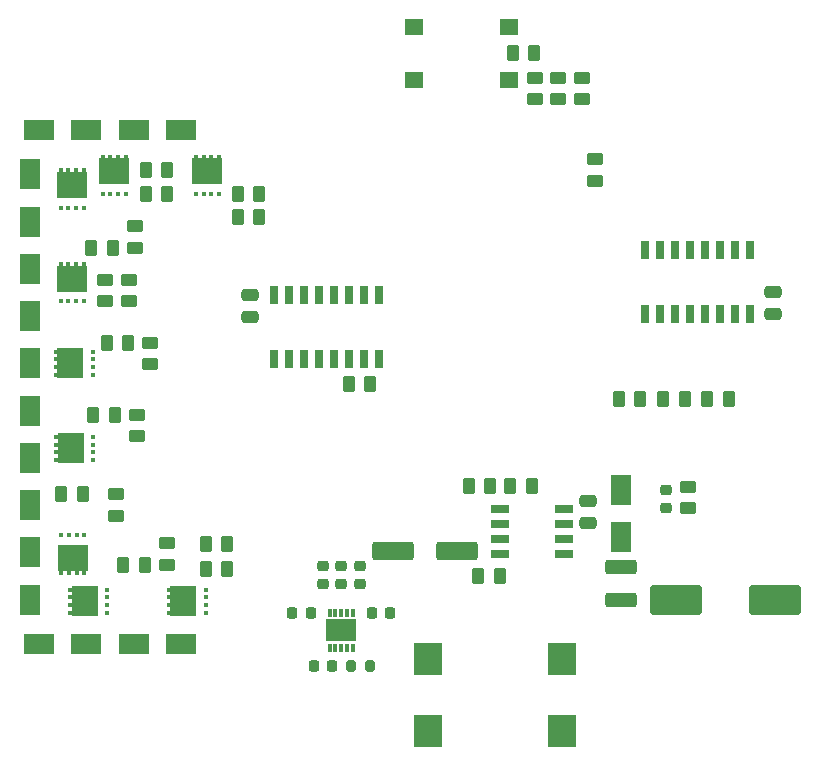
<source format=gtp>
G04 #@! TF.GenerationSoftware,KiCad,Pcbnew,(6.0.2)*
G04 #@! TF.CreationDate,2023-08-04T12:43:31+02:00*
G04 #@! TF.ProjectId,PCB_Layout_MOSFET,5043425f-4c61-4796-9f75-745f4d4f5346,rev?*
G04 #@! TF.SameCoordinates,Original*
G04 #@! TF.FileFunction,Paste,Top*
G04 #@! TF.FilePolarity,Positive*
%FSLAX46Y46*%
G04 Gerber Fmt 4.6, Leading zero omitted, Abs format (unit mm)*
G04 Created by KiCad (PCBNEW (6.0.2)) date 2023-08-04 12:43:31*
%MOMM*%
%LPD*%
G01*
G04 APERTURE LIST*
G04 Aperture macros list*
%AMRoundRect*
0 Rectangle with rounded corners*
0 $1 Rounding radius*
0 $2 $3 $4 $5 $6 $7 $8 $9 X,Y pos of 4 corners*
0 Add a 4 corners polygon primitive as box body*
4,1,4,$2,$3,$4,$5,$6,$7,$8,$9,$2,$3,0*
0 Add four circle primitives for the rounded corners*
1,1,$1+$1,$2,$3*
1,1,$1+$1,$4,$5*
1,1,$1+$1,$6,$7*
1,1,$1+$1,$8,$9*
0 Add four rect primitives between the rounded corners*
20,1,$1+$1,$2,$3,$4,$5,0*
20,1,$1+$1,$4,$5,$6,$7,0*
20,1,$1+$1,$6,$7,$8,$9,0*
20,1,$1+$1,$8,$9,$2,$3,0*%
G04 Aperture macros list end*
%ADD10RoundRect,0.250000X0.450000X-0.262500X0.450000X0.262500X-0.450000X0.262500X-0.450000X-0.262500X0*%
%ADD11R,2.500000X1.800000*%
%ADD12RoundRect,0.250000X-0.262500X-0.450000X0.262500X-0.450000X0.262500X0.450000X-0.262500X0.450000X0*%
%ADD13R,0.700000X1.550000*%
%ADD14RoundRect,0.250000X0.262500X0.450000X-0.262500X0.450000X-0.262500X-0.450000X0.262500X-0.450000X0*%
%ADD15RoundRect,0.250000X1.075000X-0.375000X1.075000X0.375000X-1.075000X0.375000X-1.075000X-0.375000X0*%
%ADD16R,1.800000X2.500000*%
%ADD17R,0.400000X0.400000*%
%ADD18R,0.400000X0.300000*%
%ADD19R,2.650000X2.200000*%
%ADD20RoundRect,0.250000X-0.450000X0.262500X-0.450000X-0.262500X0.450000X-0.262500X0.450000X0.262500X0*%
%ADD21R,0.300000X0.400000*%
%ADD22R,2.200000X2.650000*%
%ADD23RoundRect,0.250000X-0.475000X0.250000X-0.475000X-0.250000X0.475000X-0.250000X0.475000X0.250000X0*%
%ADD24RoundRect,0.250000X-1.950000X-1.000000X1.950000X-1.000000X1.950000X1.000000X-1.950000X1.000000X0*%
%ADD25R,0.300000X0.750000*%
%ADD26R,2.550000X1.850000*%
%ADD27RoundRect,0.250000X0.475000X-0.250000X0.475000X0.250000X-0.475000X0.250000X-0.475000X-0.250000X0*%
%ADD28RoundRect,0.225000X0.250000X-0.225000X0.250000X0.225000X-0.250000X0.225000X-0.250000X-0.225000X0*%
%ADD29R,1.600000X1.400000*%
%ADD30R,2.400000X2.800000*%
%ADD31R,1.525000X0.700000*%
%ADD32RoundRect,0.218750X-0.256250X0.218750X-0.256250X-0.218750X0.256250X-0.218750X0.256250X0.218750X0*%
%ADD33RoundRect,0.200000X0.200000X0.275000X-0.200000X0.275000X-0.200000X-0.275000X0.200000X-0.275000X0*%
%ADD34RoundRect,0.225000X0.225000X0.250000X-0.225000X0.250000X-0.225000X-0.250000X0.225000X-0.250000X0*%
%ADD35RoundRect,0.250000X1.500000X0.550000X-1.500000X0.550000X-1.500000X-0.550000X1.500000X-0.550000X0*%
%ADD36RoundRect,0.225000X-0.225000X-0.250000X0.225000X-0.250000X0.225000X0.250000X-0.225000X0.250000X0*%
G04 APERTURE END LIST*
D10*
X77400000Y-83950000D03*
X77400000Y-82125000D03*
D11*
X81250000Y-117500000D03*
X77250000Y-117500000D03*
D10*
X80100000Y-110800000D03*
X80100000Y-108975000D03*
D12*
X78287500Y-79400000D03*
X80112500Y-79400000D03*
X106437500Y-111750000D03*
X108262500Y-111750000D03*
X118337500Y-96750000D03*
X120162500Y-96750000D03*
X83370000Y-111130000D03*
X85195000Y-111130000D03*
D13*
X89105000Y-93375000D03*
X90375000Y-93375000D03*
X91645000Y-93375000D03*
X92915000Y-93375000D03*
X94185000Y-93375000D03*
X95455000Y-93375000D03*
X96725000Y-93375000D03*
X97995000Y-93375000D03*
X97995000Y-87925000D03*
X96725000Y-87925000D03*
X95455000Y-87925000D03*
X94185000Y-87925000D03*
X92915000Y-87925000D03*
X91645000Y-87925000D03*
X90375000Y-87925000D03*
X89105000Y-87925000D03*
D14*
X85195000Y-109020000D03*
X83370000Y-109020000D03*
D10*
X74875000Y-88500000D03*
X74875000Y-86675000D03*
D15*
X118500000Y-113800000D03*
X118500000Y-111000000D03*
D16*
X68500000Y-81750000D03*
X68500000Y-77750000D03*
D17*
X74625000Y-79400000D03*
X75275000Y-79400000D03*
X75925000Y-79400000D03*
X76575000Y-79400000D03*
D18*
X76575000Y-76250000D03*
X75925000Y-76250000D03*
X75275000Y-76250000D03*
X74625000Y-76250000D03*
D19*
X75600000Y-77500000D03*
D20*
X115200000Y-69587500D03*
X115200000Y-71412500D03*
D17*
X75020000Y-114875000D03*
X75020000Y-114225000D03*
X75020000Y-113575000D03*
X75020000Y-112925000D03*
D21*
X71870000Y-112925000D03*
X71870000Y-113575000D03*
X71870000Y-114225000D03*
X71870000Y-114875000D03*
D22*
X73120000Y-113900000D03*
D23*
X87150000Y-87925000D03*
X87150000Y-89825000D03*
D24*
X123200000Y-113800000D03*
X131600000Y-113800000D03*
D16*
X118500000Y-108450000D03*
X118500000Y-104450000D03*
D25*
X93850000Y-117850000D03*
X94350000Y-117850000D03*
X94850000Y-117850000D03*
X95350000Y-117850000D03*
X95850000Y-117850000D03*
X95850000Y-114850000D03*
X95350000Y-114850000D03*
X94850000Y-114850000D03*
X94350000Y-114850000D03*
X93850000Y-114850000D03*
D26*
X94850000Y-116350000D03*
D12*
X105637500Y-104150000D03*
X107462500Y-104150000D03*
D27*
X131400000Y-89600000D03*
X131400000Y-87700000D03*
D17*
X83375000Y-114875000D03*
X83375000Y-114225000D03*
X83375000Y-113575000D03*
X83375000Y-112925000D03*
D21*
X80225000Y-112925000D03*
X80225000Y-113575000D03*
X80225000Y-114225000D03*
X80225000Y-114875000D03*
D22*
X81475000Y-113900000D03*
D17*
X73800000Y-94725000D03*
X73800000Y-94075000D03*
X73800000Y-93425000D03*
X73800000Y-92775000D03*
D21*
X70650000Y-92775000D03*
X70650000Y-93425000D03*
X70650000Y-94075000D03*
X70650000Y-94725000D03*
D22*
X71900000Y-93750000D03*
D16*
X68500000Y-89750000D03*
X68500000Y-85750000D03*
D28*
X94850000Y-112460000D03*
X94850000Y-110910000D03*
D17*
X73075000Y-108325000D03*
X72425000Y-108325000D03*
X71775000Y-108325000D03*
X71125000Y-108325000D03*
D18*
X71125000Y-111475000D03*
X71775000Y-111475000D03*
X72425000Y-111475000D03*
X73075000Y-111475000D03*
D19*
X72100000Y-110225000D03*
D28*
X93297500Y-112460000D03*
X93297500Y-110910000D03*
D12*
X73850000Y-98097500D03*
X75675000Y-98097500D03*
D29*
X109000000Y-69750000D03*
X101000000Y-69750000D03*
X109000000Y-65250000D03*
X101000000Y-65250000D03*
D17*
X71075000Y-80570000D03*
X71725000Y-80570000D03*
X72375000Y-80570000D03*
X73025000Y-80570000D03*
D18*
X73025000Y-77420000D03*
X72375000Y-77420000D03*
X71725000Y-77420000D03*
X71075000Y-77420000D03*
D19*
X72050000Y-78670000D03*
D14*
X80112500Y-77350000D03*
X78287500Y-77350000D03*
D17*
X82525000Y-79400000D03*
X83175000Y-79400000D03*
X83825000Y-79400000D03*
X84475000Y-79400000D03*
D18*
X84475000Y-76250000D03*
X83825000Y-76250000D03*
X83175000Y-76250000D03*
X82525000Y-76250000D03*
D19*
X83500000Y-77500000D03*
D27*
X115750000Y-107300000D03*
X115750000Y-105400000D03*
D17*
X73855000Y-101925000D03*
X73855000Y-101275000D03*
X73855000Y-100625000D03*
X73855000Y-99975000D03*
D21*
X70705000Y-99975000D03*
X70705000Y-100625000D03*
X70705000Y-101275000D03*
X70705000Y-101925000D03*
D22*
X71955000Y-100950000D03*
D16*
X68500000Y-97750000D03*
X68500000Y-93750000D03*
D28*
X96397500Y-112460000D03*
X96397500Y-110910000D03*
D13*
X129445000Y-84152500D03*
X128175000Y-84152500D03*
X126905000Y-84152500D03*
X125635000Y-84152500D03*
X124365000Y-84152500D03*
X123095000Y-84152500D03*
X121825000Y-84152500D03*
X120555000Y-84152500D03*
X120555000Y-89602500D03*
X121825000Y-89602500D03*
X123095000Y-89602500D03*
X124365000Y-89602500D03*
X125635000Y-89602500D03*
X126905000Y-89602500D03*
X128175000Y-89602500D03*
X129445000Y-89602500D03*
D20*
X76875000Y-86675000D03*
X76875000Y-88500000D03*
X75750000Y-104850000D03*
X75750000Y-106675000D03*
D30*
X102157500Y-118800000D03*
X102157500Y-124900000D03*
X113557500Y-124900000D03*
X113557500Y-118800000D03*
D31*
X113712000Y-109855000D03*
X113712000Y-108585000D03*
X113712000Y-107315000D03*
X113712000Y-106045000D03*
X108288000Y-106045000D03*
X108288000Y-107315000D03*
X108288000Y-108585000D03*
X108288000Y-109855000D03*
D14*
X87912500Y-81400000D03*
X86087500Y-81400000D03*
D11*
X73250000Y-117500000D03*
X69250000Y-117500000D03*
D14*
X97312500Y-95500000D03*
X95487500Y-95500000D03*
D12*
X73687500Y-83950000D03*
X75512500Y-83950000D03*
D20*
X77550000Y-98097500D03*
X77550000Y-99922500D03*
D32*
X122300000Y-104437500D03*
X122300000Y-106012500D03*
D12*
X109337500Y-67500000D03*
X111162500Y-67500000D03*
D10*
X116350000Y-78312500D03*
X116350000Y-76487500D03*
D12*
X122087500Y-96750000D03*
X123912500Y-96750000D03*
D11*
X77250000Y-74000000D03*
X81250000Y-74000000D03*
D12*
X109137500Y-104150000D03*
X110962500Y-104150000D03*
D20*
X113200000Y-69587500D03*
X113200000Y-71412500D03*
D12*
X74987500Y-92000000D03*
X76812500Y-92000000D03*
D33*
X97272500Y-119410000D03*
X95622500Y-119410000D03*
D20*
X78650000Y-92000000D03*
X78650000Y-93825000D03*
D17*
X71075000Y-88500000D03*
X71725000Y-88500000D03*
X72375000Y-88500000D03*
X73025000Y-88500000D03*
D18*
X73025000Y-85350000D03*
X72375000Y-85350000D03*
X71725000Y-85350000D03*
X71075000Y-85350000D03*
D19*
X72050000Y-86600000D03*
D34*
X94072500Y-119410000D03*
X92522500Y-119410000D03*
D20*
X111200000Y-69587500D03*
X111200000Y-71412500D03*
D12*
X86087500Y-79400000D03*
X87912500Y-79400000D03*
D11*
X69250000Y-74000000D03*
X73250000Y-74000000D03*
D10*
X124200000Y-106012500D03*
X124200000Y-104187500D03*
D16*
X68500000Y-105750000D03*
X68500000Y-101750000D03*
D35*
X104650000Y-109600000D03*
X99250000Y-109600000D03*
D12*
X71137500Y-104850000D03*
X72962500Y-104850000D03*
D36*
X97425000Y-114860000D03*
X98975000Y-114860000D03*
D14*
X127662500Y-96750000D03*
X125837500Y-96750000D03*
D16*
X68500000Y-113750000D03*
X68500000Y-109750000D03*
D12*
X76387500Y-110800000D03*
X78212500Y-110800000D03*
D34*
X92247500Y-114860000D03*
X90697500Y-114860000D03*
M02*

</source>
